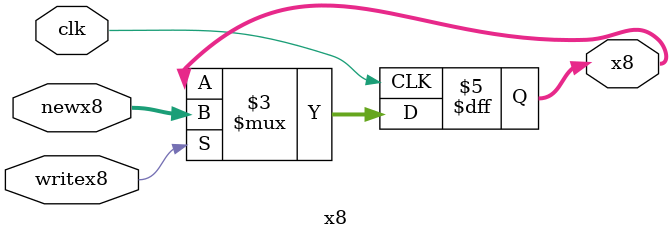
<source format=v>
/*
* Aidan Good
* x8.v
* This impliments the x8 register
*/

module x8(
    input [5:0] newx8,
    input writex8,
    input clk,
    output reg [5:0] x8);
    
    always @(negedge clk) begin
        if (writex8) begin
            x8 <= newx8;
        end
        else x8 <= x8;
    end
endmodule 

</source>
